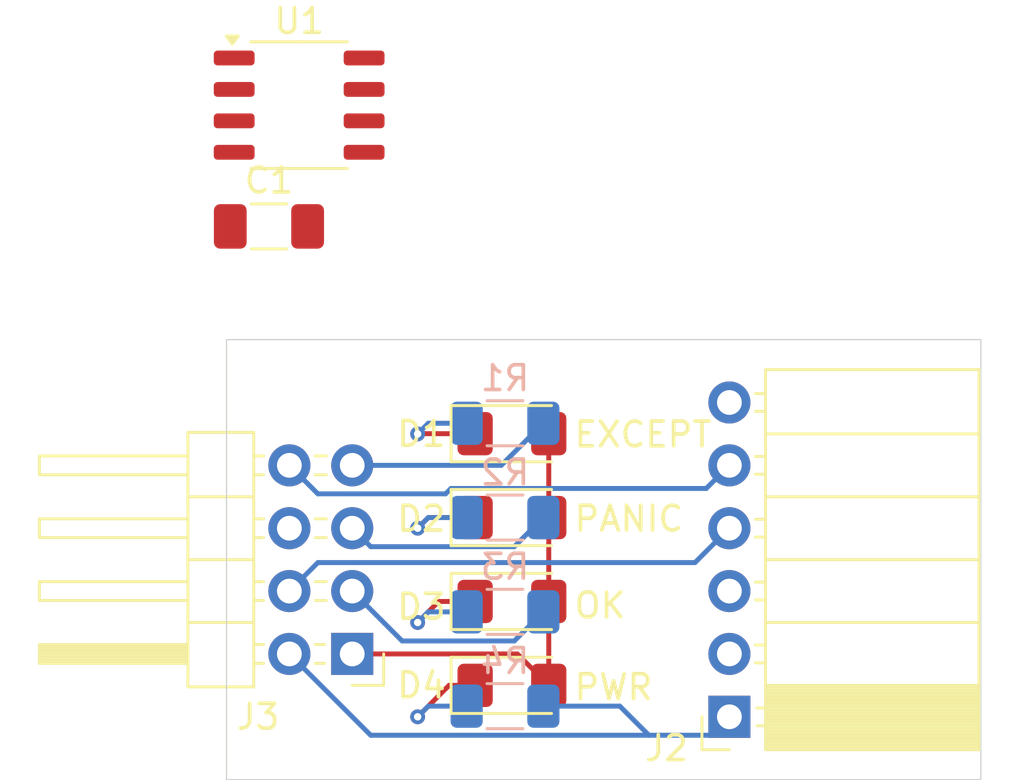
<source format=kicad_pcb>
(kicad_pcb (version 20241229) (generator "pcbnew") (generator_version "9.0")
  (layers (0 "F.Cu" signal) (2 "B.Cu" signal) (13 "F.Paste" user) (15 "B.Paste" user) (5 "F.SilkS" user "F.Silkscreen") (7 "B.SilkS" user "B.Silkscreen") (1 "F.Mask" user) (3 "B.Mask" user) (25 "Edge.Cuts" user))
  (net 0 "")
  (net 4 "TX")
  (net 5 "GND")
  (net 6 "RX")
  (net 7 "Net-(D1-K)")
  (net 8 "+3V3")
  (net 9 "Net-(D2-K)")
  (net 10 "Net-(D3-K)")
  (net 11 "EXCEPTION")
  (net 13 "PANIC")
  (net 14 "HEART")
  (net 15 "Net-(D4-K)")
  (net 17 "D+")
  (net 18 "D-")
  (footprint "LED_SMD:LED_1206_3216Metric_Pad1.42x1.75mm_HandSolder" (layer "F.Cu") (at 129.64375 90.59)
    (property "Reference" "D3" (at -3.65975 0.215 0) (layer "F.SilkS"))
    (property "Value" "LED")
    (fp_line (start -2.46 -1.135) (end -2.46 1.135) (stroke (width 0.12)) (layer "F.SilkS"))
    (fp_line (start -2.46 1.135) (end 1.6 1.135) (stroke (width 0.12)) (layer "F.SilkS"))
    (fp_line (start 1.6 -1.135) (end -2.46 -1.135) (stroke (width 0.12)) (layer "F.SilkS"))
    (pad "1" smd roundrect (at -1.4875 0) (size 1.425 1.75) (layers "F.Cu" "F.Mask" "F.Paste") (roundrect_rratio 0.175439) (net 10 "Net-(D3-K)"))
    (pad "2" smd roundrect (at 1.4875 0) (size 1.425 1.75) (layers "F.Cu" "F.Mask" "F.Paste") (roundrect_rratio 0.175439) (net 8 "+3V3"))
  )
  (footprint "Package_SO:SOP-8_3.9x4.9mm_P1.27mm" (layer "F.Cu") (at 121.045 70.535)
    (property "Reference" "U1" (at 0 -3.4 0) (layer "F.SilkS"))
    (property "Value" "CH340N")
    (fp_line (start 0 -2.56) (end -1.95 -2.56) (stroke (width 0.12)) (layer "F.SilkS"))
    (fp_line (start 0 -2.56) (end 1.95 -2.56) (stroke (width 0.12)) (layer "F.SilkS"))
    (fp_line (start 0 2.56) (end -1.95 2.56) (stroke (width 0.12)) (layer "F.SilkS"))
    (fp_line (start 0 2.56) (end 1.95 2.56) (stroke (width 0.12)) (layer "F.SilkS"))
    (fp_poly (pts (xy -2.7 -2.465) (xy -2.94 -2.795) (xy -2.46 -2.795) (xy -2.7 -2.465)) (stroke (width 0.12)) (fill yes) (layer "F.SilkS"))
    (pad "1" smd roundrect (at -2.625 -1.905) (size 1.65 0.6) (layers "F.Cu" "F.Mask" "F.Paste") (net 17 "D+"))
    (pad "2" smd roundrect (at -2.625 -0.635) (size 1.65 0.6) (layers "F.Cu" "F.Mask" "F.Paste") (net 18 "D-"))
    (pad "3" smd roundrect (at -2.625 0.635) (size 1.65 0.6) (layers "F.Cu" "F.Mask" "F.Paste") (net 5 "GND"))
    (pad "4" smd roundrect (at -2.625 1.905) (size 1.65 0.6) (layers "F.Cu" "F.Mask" "F.Paste"))
    (pad "5" smd roundrect (at 2.625 1.905) (size 1.65 0.6) (layers "F.Cu" "F.Mask" "F.Paste") (net 8 "+3V3"))
    (pad "6" smd roundrect (at 2.625 0.635) (size 1.65 0.6) (layers "F.Cu" "F.Mask" "F.Paste") (net 4 "TX"))
    (pad "7" smd roundrect (at 2.625 -0.635) (size 1.65 0.6) (layers "F.Cu" "F.Mask" "F.Paste") (net 6 "RX"))
    (pad "8" smd roundrect (at 2.625 -1.905) (size 1.65 0.6) (layers "F.Cu" "F.Mask" "F.Paste") (net 8 "+3V3"))
  )
  (footprint "LED_SMD:LED_1206_3216Metric_Pad1.42x1.75mm_HandSolder" (layer "F.Cu") (at 129.64375 93.98)
    (property "Reference" "D4" (at -3.65975 0 0) (layer "F.SilkS"))
    (property "Value" "LED")
    (fp_line (start -2.46 -1.135) (end -2.46 1.135) (stroke (width 0.12)) (layer "F.SilkS"))
    (fp_line (start -2.46 1.135) (end 1.6 1.135) (stroke (width 0.12)) (layer "F.SilkS"))
    (fp_line (start 1.6 -1.135) (end -2.46 -1.135) (stroke (width 0.12)) (layer "F.SilkS"))
    (pad "1" smd roundrect (at -1.4875 0) (size 1.425 1.75) (layers "F.Cu" "F.Mask" "F.Paste") (roundrect_rratio 0.175439) (net 15 "Net-(D4-K)"))
    (pad "2" smd roundrect (at 1.4875 0) (size 1.425 1.75) (layers "F.Cu" "F.Mask" "F.Paste") (roundrect_rratio 0.175439) (net 8 "+3V3"))
  )
  (footprint "LED_SMD:LED_1206_3216Metric_Pad1.42x1.75mm_HandSolder" (layer "F.Cu") (at 129.64375 83.81)
    (property "Reference" "D1" (at -3.65975 0.01 0) (layer "F.SilkS"))
    (property "Value" "LED")
    (fp_line (start -2.46 -1.135) (end -2.46 1.135) (stroke (width 0.12)) (layer "F.SilkS"))
    (fp_line (start -2.46 1.135) (end 1.6 1.135) (stroke (width 0.12)) (layer "F.SilkS"))
    (fp_line (start 1.6 -1.135) (end -2.46 -1.135) (stroke (width 0.12)) (layer "F.SilkS"))
    (pad "1" smd roundrect (at -1.4875 0) (size 1.425 1.75) (layers "F.Cu" "F.Mask" "F.Paste") (roundrect_rratio 0.175439) (net 7 "Net-(D1-K)"))
    (pad "2" smd roundrect (at 1.4875 0) (size 1.425 1.75) (layers "F.Cu" "F.Mask" "F.Paste") (roundrect_rratio 0.175439) (net 8 "+3V3"))
  )
  (footprint "Connector_PinHeader_2.54mm:PinHeader_2x04_P2.54mm_Horizontal" (layer "F.Cu") (at 123.19 92.71 180)
    (property "Reference" "J3" (at 3.81 -2.54 0) (layer "F.SilkS"))
    (property "Value" "Conn_02x04_Odd_Even")
    (fp_line (start 12.64 8) (end 6.64 8) (stroke (width 0.12)) (layer "F.SilkS"))
    (fp_line (start 12.64 7.24) (end 12.64 8) (stroke (width 0.12)) (layer "F.SilkS"))
    (fp_line (start 12.64 5.46) (end 6.64 5.46) (stroke (width 0.12)) (layer "F.SilkS"))
    (fp_line (start 12.64 4.7) (end 12.64 5.46) (stroke (width 0.12)) (layer "F.SilkS"))
    (fp_line (start 12.64 2.92) (end 6.64 2.92) (stroke (width 0.12)) (layer "F.SilkS"))
    (fp_line (start 12.64 2.16) (end 12.64 2.92) (stroke (width 0.12)) (layer "F.SilkS"))
    (fp_line (start 12.64 0.38) (end 6.64 0.38) (stroke (width 0.12)) (layer "F.SilkS"))
    (fp_line (start 12.64 -0.38) (end 12.64 0.38) (stroke (width 0.12)) (layer "F.SilkS"))
    (fp_line (start 6.64 8.95) (end 6.64 -1.33) (stroke (width 0.12)) (layer "F.SilkS"))
    (fp_line (start 6.64 7.24) (end 12.64 7.24) (stroke (width 0.12)) (layer "F.SilkS"))
    (fp_line (start 6.64 4.7) (end 12.64 4.7) (stroke (width 0.12)) (layer "F.SilkS"))
    (fp_line (start 6.64 2.16) (end 12.64 2.16) (stroke (width 0.12)) (layer "F.SilkS"))
    (fp_line (start 6.64 0.28) (end 12.64 0.28) (stroke (width 0.12)) (layer "F.SilkS"))
    (fp_line (start 6.64 0.16) (end 12.64 0.16) (stroke (width 0.12)) (layer "F.SilkS"))
    (fp_line (start 6.64 0.04) (end 12.64 0.04) (stroke (width 0.12)) (layer "F.SilkS"))
    (fp_line (start 6.64 -0.08) (end 12.64 -0.08) (stroke (width 0.12)) (layer "F.SilkS"))
    (fp_line (start 6.64 -0.2) (end 12.64 -0.2) (stroke (width 0.12)) (layer "F.SilkS"))
    (fp_line (start 6.64 -0.32) (end 12.64 -0.32) (stroke (width 0.12)) (layer "F.SilkS"))
    (fp_line (start 6.64 -0.38) (end 12.64 -0.38) (stroke (width 0.12)) (layer "F.SilkS"))
    (fp_line (start 6.64 -1.33) (end 3.98 -1.33) (stroke (width 0.12)) (layer "F.SilkS"))
    (fp_line (start 3.98 8.95) (end 6.64 8.95) (stroke (width 0.12)) (layer "F.SilkS"))
    (fp_line (start 3.98 6.35) (end 6.64 6.35) (stroke (width 0.12)) (layer "F.SilkS"))
    (fp_line (start 3.98 3.81) (end 6.64 3.81) (stroke (width 0.12)) (layer "F.SilkS"))
    (fp_line (start 3.98 1.27) (end 6.64 1.27) (stroke (width 0.12)) (layer "F.SilkS"))
    (fp_line (start 3.98 -1.33) (end 3.98 8.95) (stroke (width 0.12)) (layer "F.SilkS"))
    (fp_line (start 3.582929 8) (end 3.98 8) (stroke (width 0.12)) (layer "F.SilkS"))
    (fp_line (start 3.582929 7.24) (end 3.98 7.24) (stroke (width 0.12)) (layer "F.SilkS"))
    (fp_line (start 3.582929 5.46) (end 3.98 5.46) (stroke (width 0.12)) (layer "F.SilkS"))
    (fp_line (start 3.582929 4.7) (end 3.98 4.7) (stroke (width 0.12)) (layer "F.SilkS"))
    (fp_line (start 3.582929 2.92) (end 3.98 2.92) (stroke (width 0.12)) (layer "F.SilkS"))
    (fp_line (start 3.582929 2.16) (end 3.98 2.16) (stroke (width 0.12)) (layer "F.SilkS"))
    (fp_line (start 3.582929 0.38) (end 3.98 0.38) (stroke (width 0.12)) (layer "F.SilkS"))
    (fp_line (start 3.582929 -0.38) (end 3.98 -0.38) (stroke (width 0.12)) (layer "F.SilkS"))
    (fp_line (start 1.11 0.38) (end 1.497071 0.38) (stroke (width 0.12)) (layer "F.SilkS"))
    (fp_line (start 1.11 -0.38) (end 1.497071 -0.38) (stroke (width 0.12)) (layer "F.SilkS"))
    (fp_line (start 1.042929 8) (end 1.497071 8) (stroke (width 0.12)) (layer "F.SilkS"))
    (fp_line (start 1.042929 7.24) (end 1.497071 7.24) (stroke (width 0.12)) (layer "F.SilkS"))
    (fp_line (start 1.042929 5.46) (end 1.497071 5.46) (stroke (width 0.12)) (layer "F.SilkS"))
    (fp_line (start 1.042929 4.7) (end 1.497071 4.7) (stroke (width 0.12)) (layer "F.SilkS"))
    (fp_line (start 1.042929 2.92) (end 1.497071 2.92) (stroke (width 0.12)) (layer "F.SilkS"))
    (fp_line (start 1.042929 2.16) (end 1.497071 2.16) (stroke (width 0.12)) (layer "F.SilkS"))
    (fp_line (start -1.27 0) (end -1.27 -1.27) (stroke (width 0.12)) (layer "F.SilkS"))
    (fp_line (start -1.27 -1.27) (end 0 -1.27) (stroke (width 0.12)) (layer "F.SilkS"))
    (pad "1" thru_hole rect (at 0 0 180) (size 1.7 1.7) (drill 1) (layers "*.Cu" "*.Mask") (net 8 "+3V3"))
    (pad "2" thru_hole oval (at 2.54 0 180) (size 1.7 1.7) (drill 1) (layers "*.Cu" "*.Mask") (net 5 "GND"))
    (pad "3" thru_hole oval (at 0 2.54 180) (size 1.7 1.7) (drill 1) (layers "*.Cu" "*.Mask") (net 14 "HEART"))
    (pad "4" thru_hole oval (at 2.54 2.54 180) (size 1.7 1.7) (drill 1) (layers "*.Cu" "*.Mask") (net 4 "TX"))
    (pad "5" thru_hole oval (at 0 5.08 180) (size 1.7 1.7) (drill 1) (layers "*.Cu" "*.Mask") (net 13 "PANIC"))
    (pad "6" thru_hole oval (at 2.54 5.08 180) (size 1.7 1.7) (drill 1) (layers "*.Cu" "*.Mask"))
    (pad "7" thru_hole oval (at 0 7.62 180) (size 1.7 1.7) (drill 1) (layers "*.Cu" "*.Mask") (net 11 "EXCEPTION"))
    (pad "8" thru_hole oval (at 2.54 7.62 180) (size 1.7 1.7) (drill 1) (layers "*.Cu" "*.Mask") (net 6 "RX"))
  )
  (footprint "LED_SMD:LED_1206_3216Metric_Pad1.42x1.75mm_HandSolder" (layer "F.Cu") (at 129.64375 87.2)
    (property "Reference" "D2" (at -3.65975 0.049 0) (layer "F.SilkS"))
    (property "Value" "LED")
    (fp_line (start -2.46 -1.135) (end -2.46 1.135) (stroke (width 0.12)) (layer "F.SilkS"))
    (fp_line (start -2.46 1.135) (end 1.6 1.135) (stroke (width 0.12)) (layer "F.SilkS"))
    (fp_line (start 1.6 -1.135) (end -2.46 -1.135) (stroke (width 0.12)) (layer "F.SilkS"))
    (pad "1" smd roundrect (at -1.4875 0) (size 1.425 1.75) (layers "F.Cu" "F.Mask" "F.Paste") (roundrect_rratio 0.175439) (net 9 "Net-(D2-K)"))
    (pad "2" smd roundrect (at 1.4875 0) (size 1.425 1.75) (layers "F.Cu" "F.Mask" "F.Paste") (roundrect_rratio 0.175439) (net 8 "+3V3"))
  )
  (footprint "Connector_PinSocket_2.54mm:PinSocket_1x06_P2.54mm_Horizontal" (layer "F.Cu") (at 138.43 95.25 180)
    (property "Reference" "J2" (at 2.54 -1.27 0) (layer "F.SilkS"))
    (property "Value" "Conn_01x06_Socket")
    (fp_line (start 1.11 -1.33) (end 1.11 0) (stroke (width 0.12)) (layer "F.SilkS"))
    (fp_line (start 0 -1.33) (end 1.11 -1.33) (stroke (width 0.12)) (layer "F.SilkS"))
    (fp_line (start -1.46 13.06) (end -1.05 13.06) (stroke (width 0.12)) (layer "F.SilkS"))
    (fp_line (start -1.46 12.34) (end -1.05 12.34) (stroke (width 0.12)) (layer "F.SilkS"))
    (fp_line (start -1.46 10.52) (end -1.05 10.52) (stroke (width 0.12)) (layer "F.SilkS"))
    (fp_line (start -1.46 9.8) (end -1.05 9.8) (stroke (width 0.12)) (layer "F.SilkS"))
    (fp_line (start -1.46 7.98) (end -1.05 7.98) (stroke (width 0.12)) (layer "F.SilkS"))
    (fp_line (start -1.46 7.26) (end -1.05 7.26) (stroke (width 0.12)) (layer "F.SilkS"))
    (fp_line (start -1.46 5.44) (end -1.05 5.44) (stroke (width 0.12)) (layer "F.SilkS"))
    (fp_line (start -1.46 4.72) (end -1.05 4.72) (stroke (width 0.12)) (layer "F.SilkS"))
    (fp_line (start -1.46 2.9) (end -1.05 2.9) (stroke (width 0.12)) (layer "F.SilkS"))
    (fp_line (start -1.46 2.18) (end -1.05 2.18) (stroke (width 0.12)) (layer "F.SilkS"))
    (fp_line (start -1.46 0.36) (end -1.11 0.36) (stroke (width 0.12)) (layer "F.SilkS"))
    (fp_line (start -1.46 -0.36) (end -1.11 -0.36) (stroke (width 0.12)) (layer "F.SilkS"))
    (fp_line (start -1.46 -1.33) (end -1.46 14.03) (stroke (width 0.12)) (layer "F.SilkS"))
    (fp_line (start -10.09 14.03) (end -1.46 14.03) (stroke (width 0.12)) (layer "F.SilkS"))
    (fp_line (start -10.09 11.43) (end -1.46 11.43) (stroke (width 0.12)) (layer "F.SilkS"))
    (fp_line (start -10.09 8.89) (end -1.46 8.89) (stroke (width 0.12)) (layer "F.SilkS"))
    (fp_line (start -10.09 6.35) (end -1.46 6.35) (stroke (width 0.12)) (layer "F.SilkS"))
    (fp_line (start -10.09 3.81) (end -1.46 3.81) (stroke (width 0.12)) (layer "F.SilkS"))
    (fp_line (start -10.09 1.27) (end -1.46 1.27) (stroke (width 0.12)) (layer "F.SilkS"))
    (fp_line (start -10.09 1.1519) (end -1.46 1.1519) (stroke (width 0.12)) (layer "F.SilkS"))
    (fp_line (start -10.09 1.033805) (end -1.46 1.033805) (stroke (width 0.12)) (layer "F.SilkS"))
    (fp_line (start -10.09 0.91571) (end -1.46 0.91571) (stroke (width 0.12)) (layer "F.SilkS"))
    (fp_line (start -10.09 0.797615) (end -1.46 0.797615) (stroke (width 0.12)) (layer "F.SilkS"))
    (fp_line (start -10.09 0.67952) (end -1.46 0.67952) (stroke (width 0.12)) (layer "F.SilkS"))
    (fp_line (start -10.09 0.561425) (end -1.46 0.561425) (stroke (width 0.12)) (layer "F.SilkS"))
    (fp_line (start -10.09 0.44333) (end -1.46 0.44333) (stroke (width 0.12)) (layer "F.SilkS"))
    (fp_line (start -10.09 0.325235) (end -1.46 0.325235) (stroke (width 0.12)) (layer "F.SilkS"))
    (fp_line (start -10.09 0.20714) (end -1.46 0.20714) (stroke (width 0.12)) (layer "F.SilkS"))
    (fp_line (start -10.09 0.089045) (end -1.46 0.089045) (stroke (width 0.12)) (layer "F.SilkS"))
    (fp_line (start -10.09 -0.02905) (end -1.46 -0.02905) (stroke (width 0.12)) (layer "F.SilkS"))
    (fp_line (start -10.09 -0.147145) (end -1.46 -0.147145) (stroke (width 0.12)) (layer "F.SilkS"))
    (fp_line (start -10.09 -0.26524) (end -1.46 -0.26524) (stroke (width 0.12)) (layer "F.SilkS"))
    (fp_line (start -10.09 -0.383335) (end -1.46 -0.383335) (stroke (width 0.12)) (layer "F.SilkS"))
    (fp_line (start -10.09 -0.50143) (end -1.46 -0.50143) (stroke (width 0.12)) (layer "F.SilkS"))
    (fp_line (start -10.09 -0.619525) (end -1.46 -0.619525) (stroke (width 0.12)) (layer "F.SilkS"))
    (fp_line (start -10.09 -0.73762) (end -1.46 -0.73762) (stroke (width 0.12)) (layer "F.SilkS"))
    (fp_line (start -10.09 -0.855715) (end -1.46 -0.855715) (stroke (width 0.12)) (layer "F.SilkS"))
    (fp_line (start -10.09 -0.97381) (end -1.46 -0.97381) (stroke (width 0.12)) (layer "F.SilkS"))
    (fp_line (start -10.09 -1.091905) (end -1.46 -1.091905) (stroke (width 0.12)) (layer "F.SilkS"))
    (fp_line (start -10.09 -1.21) (end -1.46 -1.21) (stroke (width 0.12)) (layer "F.SilkS"))
    (fp_line (start -10.09 -1.33) (end -1.46 -1.33) (stroke (width 0.12)) (layer "F.SilkS"))
    (fp_line (start -10.09 -1.33) (end -10.09 14.03) (stroke (width 0.12)) (layer "F.SilkS"))
    (pad "1" thru_hole rect (at 0 0 180) (size 1.7 1.7) (drill 1) (layers "*.Cu" "*.Mask") (net 5 "GND"))
    (pad "2" thru_hole oval (at 0 2.54 180) (size 1.7 1.7) (drill 1) (layers "*.Cu" "*.Mask"))
    (pad "3" thru_hole oval (at 0 5.08 180) (size 1.7 1.7) (drill 1) (layers "*.Cu" "*.Mask"))
    (pad "4" thru_hole oval (at 0 7.62 180) (size 1.7 1.7) (drill 1) (layers "*.Cu" "*.Mask") (net 4 "TX"))
    (pad "5" thru_hole oval (at 0 10.16 180) (size 1.7 1.7) (drill 1) (layers "*.Cu" "*.Mask") (net 6 "RX"))
    (pad "6" thru_hole oval (at 0 12.7 180) (size 1.7 1.7) (drill 1) (layers "*.Cu" "*.Mask"))
  )
  (footprint "Capacitor_SMD:C_1206_3216Metric_Pad1.33x1.80mm_HandSolder" (layer "F.Cu") (at 119.825 75.435)
    (property "Reference" "C1" (at 0 -1.85 0) (layer "F.SilkS"))
    (property "Value" "0.1uF")
    (fp_line (start -0.711252 -0.91) (end 0.711252 -0.91) (stroke (width 0.12)) (layer "F.SilkS"))
    (fp_line (start -0.711252 0.91) (end 0.711252 0.91) (stroke (width 0.12)) (layer "F.SilkS"))
    (pad "1" smd roundrect (at -1.5625 0) (size 1.325 1.8) (layers "F.Cu" "F.Mask" "F.Paste") (roundrect_rratio 0.188679) (net 8 "+3V3"))
    (pad "2" smd roundrect (at 1.5625 0) (size 1.325 1.8) (layers "F.Cu" "F.Mask" "F.Paste") (roundrect_rratio 0.188679) (net 5 "GND"))
  )
  (footprint "Resistor_SMD:R_1206_3216Metric_Pad1.30x1.75mm_HandSolder" (layer "B.Cu") (at 129.36375 83.39 180)
    (property "Reference" "R1" (at 0 1.82 0) (layer "B.SilkS") (effects (justify mirror)))
    (property "Value" "R")
    (fp_line (start -0.727064 0.91) (end 0.727064 0.91) (stroke (width 0.12)) (layer "B.SilkS"))
    (fp_line (start -0.727064 -0.91) (end 0.727064 -0.91) (stroke (width 0.12)) (layer "B.SilkS"))
    (pad "1" smd roundrect (at -1.55 0 180) (size 1.3 1.75) (layers "B.Cu" "B.Mask" "B.Paste") (roundrect_rratio 0.192308) (net 11 "EXCEPTION"))
    (pad "2" smd roundrect (at 1.55 0 180) (size 1.3 1.75) (layers "B.Cu" "B.Mask" "B.Paste") (roundrect_rratio 0.192308) (net 7 "Net-(D1-K)"))
  )
  (footprint "Resistor_SMD:R_1206_3216Metric_Pad1.30x1.75mm_HandSolder" (layer "B.Cu") (at 129.36375 94.82 180)
    (property "Reference" "R4" (at 0 1.82 0) (layer "B.SilkS") (effects (justify mirror)))
    (property "Value" "R")
    (fp_line (start -0.727064 0.91) (end 0.727064 0.91) (stroke (width 0.12)) (layer "B.SilkS"))
    (fp_line (start -0.727064 -0.91) (end 0.727064 -0.91) (stroke (width 0.12)) (layer "B.SilkS"))
    (pad "1" smd roundrect (at -1.55 0 180) (size 1.3 1.75) (layers "B.Cu" "B.Mask" "B.Paste") (roundrect_rratio 0.192308) (net 5 "GND"))
    (pad "2" smd roundrect (at 1.55 0 180) (size 1.3 1.75) (layers "B.Cu" "B.Mask" "B.Paste") (roundrect_rratio 0.192308) (net 15 "Net-(D4-K)"))
  )
  (footprint "Resistor_SMD:R_1206_3216Metric_Pad1.30x1.75mm_HandSolder" (layer "B.Cu") (at 129.36375 87.2 180)
    (property "Reference" "R2" (at 0 1.82 0) (layer "B.SilkS") (effects (justify mirror)))
    (property "Value" "R")
    (fp_line (start -0.727064 0.91) (end 0.727064 0.91) (stroke (width 0.12)) (layer "B.SilkS"))
    (fp_line (start -0.727064 -0.91) (end 0.727064 -0.91) (stroke (width 0.12)) (layer "B.SilkS"))
    (pad "1" smd roundrect (at -1.55 0 180) (size 1.3 1.75) (layers "B.Cu" "B.Mask" "B.Paste") (roundrect_rratio 0.192308) (net 13 "PANIC"))
    (pad "2" smd roundrect (at 1.55 0 180) (size 1.3 1.75) (layers "B.Cu" "B.Mask" "B.Paste") (roundrect_rratio 0.192308) (net 9 "Net-(D2-K)"))
  )
  (footprint "Resistor_SMD:R_1206_3216Metric_Pad1.30x1.75mm_HandSolder" (layer "B.Cu") (at 129.36375 91.01 180)
    (property "Reference" "R3" (at 0 1.82 0) (layer "B.SilkS") (effects (justify mirror)))
    (property "Value" "R")
    (fp_line (start -0.727064 0.91) (end 0.727064 0.91) (stroke (width 0.12)) (layer "B.SilkS"))
    (fp_line (start -0.727064 -0.91) (end 0.727064 -0.91) (stroke (width 0.12)) (layer "B.SilkS"))
    (pad "1" smd roundrect (at -1.55 0 180) (size 1.3 1.75) (layers "B.Cu" "B.Mask" "B.Paste") (roundrect_rratio 0.192308) (net 14 "HEART"))
    (pad "2" smd roundrect (at 1.55 0 180) (size 1.3 1.75) (layers "B.Cu" "B.Mask" "B.Paste") (roundrect_rratio 0.192308) (net 10 "Net-(D3-K)"))
  )
  (gr_rect (start 118.11 80.01) (end 148.59 97.79) (stroke (width 0.05)) (fill no) (layer "Edge.Cuts"))
  (gr_text "PWR" (at 132.08 94.6404 0) (layer "F.SilkS") (effects (font (size 1 1)) (justify left bottom)))
  (gr_text "PANIC" (at 132.08 87.8332 0) (layer "F.SilkS") (effects (font (size 1 1)) (justify left bottom)))
  (gr_text "OK" (at 132.08 91.3384 0) (layer "F.SilkS") (effects (font (size 1 1)) (justify left bottom)))
  (gr_text "EXCEPT" (at 132.08 84.4296 0) (layer "F.SilkS") (effects (font (size 1 1)) (justify left bottom)))
  (segment (start 121.801 89.019) (end 137.041 89.019) (width 0.2) (layer "B.Cu") (net 4))
  (segment (start 137.041 89.019) (end 138.43 87.63) (width 0.2) (layer "B.Cu") (net 4))
  (segment (start 120.65 90.17) (end 121.801 89.019) (width 0.2) (layer "B.Cu") (net 4))
  (segment (start 123.936 95.996) (end 120.65 92.71) (width 0.2) (layer "B.Cu") (net 5))
  (segment (start 130.91375 94.82) (end 134.0028 94.82) (width 0.2) (layer "B.Cu") (net 5))
  (segment (start 134.0028 94.82) (end 135.1788 95.996) (width 0.2) (layer "B.Cu") (net 5))
  (segment (start 135.1788 95.996) (end 123.936 95.996) (width 0.2) (layer "B.Cu") (net 5))
  (segment (start 138.43 95.25) (end 137.684 95.996) (width 0.2) (layer "B.Cu") (net 5))
  (segment (start 137.684 95.996) (end 135.1788 95.996) (width 0.2) (layer "B.Cu") (net 5))
  (segment (start 126.96159 86.241) (end 127.17859 86.024) (width 0.2) (layer "B.Cu") (net 6))
  (segment (start 120.65 85.09) (end 121.801 86.241) (width 0.2) (layer "B.Cu") (net 6))
  (segment (start 127.17859 86.024) (end 137.496 86.024) (width 0.2) (layer "B.Cu") (net 6))
  (segment (start 137.496 86.024) (end 138.43 85.09) (width 0.2) (layer "B.Cu") (net 6))
  (segment (start 121.801 86.241) (end 126.96159 86.241) (width 0.2) (layer "B.Cu") (net 6))
  (segment (start 128.15625 83.81) (end 125.84375 83.81) (width 0.2) (layer "F.Cu") (net 7))
  (segment (start 125.84375 83.81) (end 125.83375 83.82) (width 0.2) (layer "F.Cu") (net 7))
  (via (at 125.83375 83.82) (size 0.6) (drill 0.3) (layers "F.Cu" "B.Cu") (net 7))
  (segment (start 127.81375 83.39) (end 126.26375 83.39) (width 0.2) (layer "B.Cu") (net 7))
  (segment (start 126.26375 83.39) (end 125.83375 83.82) (width 0.2) (layer "B.Cu") (net 7))
  (segment (start 129.86125 92.71) (end 131.13125 93.98) (width 0.2) (layer "F.Cu") (net 8))
  (segment (start 123.19 92.71) (end 129.86125 92.71) (width 0.2) (layer "F.Cu") (net 8))
  (segment (start 131.13125 83.81) (end 131.13125 93.98) (width 0.2) (layer "F.Cu") (net 8))
  (segment (start 128.15625 87.2) (end 126.26375 87.2) (width 0.2) (layer "F.Cu") (net 9))
  (segment (start 126.26375 87.2) (end 125.83375 87.63) (width 0.2) (layer "F.Cu") (net 9))
  (via (at 125.83375 87.63) (size 0.6) (drill 0.3) (layers "F.Cu" "B.Cu") (net 9))
  (segment (start 126.26375 87.2) (end 125.83375 87.63) (width 0.2) (layer "B.Cu") (net 9))
  (segment (start 127.81375 87.2) (end 126.26375 87.2) (width 0.2) (layer "B.Cu") (net 9))
  (segment (start 126.68375 90.59) (end 125.83375 91.44) (width 0.2) (layer "F.Cu") (net 10))
  (segment (start 128.15625 90.59) (end 126.68375 90.59) (width 0.2) (layer "F.Cu") (net 10))
  (via (at 125.83375 91.44) (size 0.6) (drill 0.3) (layers "F.Cu" "B.Cu") (net 10))
  (segment (start 126.26375 91.01) (end 125.83375 91.44) (width 0.2) (layer "B.Cu") (net 10))
  (segment (start 127.81375 91.01) (end 126.26375 91.01) (width 0.2) (layer "B.Cu") (net 10))
  (segment (start 130.91375 83.39) (end 129.21375 85.09) (width 0.2) (layer "B.Cu") (net 11))
  (segment (start 129.21375 85.09) (end 123.19 85.09) (width 0.2) (layer "B.Cu") (net 11))
  (segment (start 129.73775 88.376) (end 123.936 88.376) (width 0.2) (layer "B.Cu") (net 13))
  (segment (start 123.936 88.376) (end 123.19 87.63) (width 0.2) (layer "B.Cu") (net 13))
  (segment (start 130.91375 87.2) (end 129.73775 88.376) (width 0.2) (layer "B.Cu") (net 13))
  (segment (start 130.91375 91.01) (end 129.73775 92.186) (width 0.2) (layer "B.Cu") (net 14))
  (segment (start 125.206 92.186) (end 123.19 90.17) (width 0.2) (layer "B.Cu") (net 14))
  (segment (start 129.73775 92.186) (end 125.206 92.186) (width 0.2) (layer "B.Cu") (net 14))
  (segment (start 127.10375 93.98) (end 125.83375 95.25) (width 0.2) (layer "F.Cu") (net 15))
  (segment (start 128.15625 93.98) (end 127.10375 93.98) (width 0.2) (layer "F.Cu") (net 15))
  (via (at 125.83375 95.25) (size 0.6) (drill 0.3) (layers "F.Cu" "B.Cu") (net 15))
  (segment (start 126.26375 94.82) (end 125.83375 95.25) (width 0.2) (layer "B.Cu") (net 15))
  (segment (start 127.81375 94.82) (end 126.26375 94.82) (width 0.2) (layer "B.Cu") (net 15))
)
</source>
